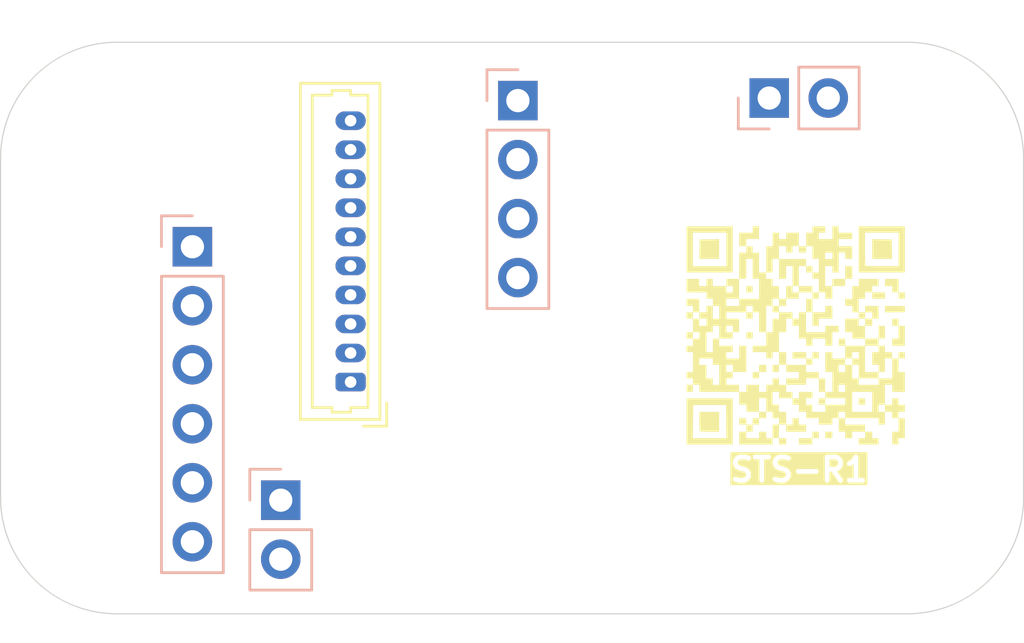
<source format=kicad_pcb>
(kicad_pcb (version 20241229) (generator "pcbnew") (generator_version "9.0")
  (layers (0 "F.Cu" signal) (4 "In1.Cu" power) (6 "In2.Cu" power) (2 "B.Cu" signal) (13 "F.Paste" user) (15 "B.Paste" user) (5 "F.SilkS" user "F.Silkscreen") (7 "B.SilkS" user "B.Silkscreen") (1 "F.Mask" user) (3 "B.Mask" user) (25 "Edge.Cuts" user))
  (net 0 "")
  (net 1 "GND")
  (net 2 "+3.3V")
  (net 3 "RESET")
  (net 4 "swdio")
  (net 5 "swclk")
  (net 6 "stlink_tx")
  (net 7 "swo")
  (net 8 "stlink_rx")
  (footprint "LOGO" (layer "F.Cu") (at 159.2 102.8)
    (property "Reference" "G***" (hide yes))
    (property "Value" "LOGO" (hide yes))
    (fp_poly (pts (xy -3.290688 -3.703079) (xy -3.290688 -3.273549) (xy -3.720218 -3.273549) (xy -4.149749 -3.273549) (xy -4.140124 -3.693455) (xy -4.130499 -4.11336) (xy -3.710594 -4.122985) (xy -3.290688 -4.13261)) (fill yes) (layer "F.SilkS"))
    (fp_poly (pts (xy -1.851012 -1.970985) (xy -1.851012 -1.833873) (xy -1.988124 -1.833873) (xy -2.125236 -1.833873) (xy -2.125236 -1.970985) (xy -2.125236 -2.108097) (xy -1.988124 -2.108097) (xy -1.851012 -2.108097)) (fill yes) (layer "F.SilkS"))
    (fp_poly (pts (xy -1.851012 -0.839811) (xy -1.851012 -0.702699) (xy -1.988124 -0.702699) (xy -2.125236 -0.702699) (xy -2.125236 -0.839811) (xy -2.125236 -0.976923) (xy -1.988124 -0.976923) (xy -1.851012 -0.976923)) (fill yes) (layer "F.SilkS"))
    (fp_poly (pts (xy -1.851012 0.017139) (xy -1.851012 0.154251) (xy -1.988124 0.154251) (xy -2.125236 0.154251) (xy -2.125236 0.017139) (xy -2.125236 -0.119973) (xy -1.988124 -0.119973) (xy -1.851012 -0.119973)) (fill yes) (layer "F.SilkS"))
    (fp_poly (pts (xy -0.719838 1.439676) (xy -0.719838 1.593927) (xy -0.85695 1.593927) (xy -0.994062 1.593927) (xy -0.994062 1.439676) (xy -0.994062 1.285425) (xy -0.85695 1.285425) (xy -0.719838 1.285425)) (fill yes) (layer "F.SilkS"))
    (fp_poly (pts (xy -0.411336 4.576113) (xy -0.411336 4.713225) (xy -0.565587 4.713225) (xy -0.719838 4.713225) (xy -0.719838 4.576113) (xy -0.719838 4.439001) (xy -0.565587 4.439001) (xy -0.411336 4.439001)) (fill yes) (layer "F.SilkS"))
    (fp_poly (pts (xy 0.719838 -2.827935) (xy 0.719838 -2.690823) (xy 0.582726 -2.690823) (xy 0.445614 -2.690823) (xy 0.445614 -2.827935) (xy 0.445614 -2.965047) (xy 0.582726 -2.965047) (xy 0.719838 -2.965047)) (fill yes) (layer "F.SilkS"))
    (fp_poly (pts (xy 1.268286 2.862213) (xy 1.268286 2.999325) (xy 1.131174 2.999325) (xy 0.994062 2.999325) (xy 0.994062 2.862213) (xy 0.994062 2.725101) (xy 1.131174 2.725101) (xy 1.268286 2.725101)) (fill yes) (layer "F.SilkS"))
    (fp_poly (pts (xy 1.576788 4.301889) (xy 1.576788 4.439001) (xy 1.422537 4.439001) (xy 1.268286 4.439001) (xy 1.268286 4.301889) (xy 1.268286 4.164777) (xy 1.422537 4.164777) (xy 1.576788 4.164777)) (fill yes) (layer "F.SilkS"))
    (fp_poly (pts (xy 2.982186 2.862213) (xy 2.982186 2.999325) (xy 2.845074 2.999325) (xy 2.707962 2.999325) (xy 2.707962 2.862213) (xy 2.707962 2.725101) (xy 2.845074 2.725101) (xy 2.982186 2.725101)) (fill yes) (layer "F.SilkS"))
    (fp_poly (pts (xy 3.710594 -4.122985) (xy 4.130499 -4.11336) (xy 4.140124 -3.693455) (xy 4.149748 -3.273549) (xy 3.720218 -3.273549) (xy 3.290688 -3.273549) (xy 3.290688 -3.703079) (xy 3.290688 -4.13261)) (fill yes) (layer "F.SilkS"))
    (fp_poly (pts (xy 3.839136 -1.696761) (xy 3.839136 -1.559649) (xy 3.564912 -1.559649) (xy 3.290688 -1.559649) (xy 3.290688 -1.696761) (xy 3.290688 -1.833873) (xy 3.564912 -1.833873) (xy 3.839136 -1.833873)) (fill yes) (layer "F.SilkS"))
    (fp_poly (pts (xy 4.421862 -0.548448) (xy 4.421862 -0.394197) (xy 4.28475 -0.394197) (xy 4.147638 -0.394197) (xy 4.147638 -0.548448) (xy 4.147638 -0.702699) (xy 4.28475 -0.702699) (xy 4.421862 -0.702699)) (fill yes) (layer "F.SilkS"))
    (fp_poly (pts (xy 4.696086 -1.696761) (xy 4.696086 -1.559649) (xy 4.558974 -1.559649) (xy 4.421862 -1.559649) (xy 4.421862 -1.696761) (xy 4.421862 -1.833873) (xy 4.558974 -1.833873) (xy 4.696086 -1.833873)) (fill yes) (layer "F.SilkS"))
    (fp_poly (pts (xy 4.696086 -1.114035) (xy 4.696086 -0.976923) (xy 4.267611 -0.976923) (xy 3.839136 -0.976923) (xy 3.839136 -1.114035) (xy 3.839136 -1.251147) (xy 4.267611 -1.251147) (xy 4.696086 -1.251147)) (fill yes) (layer "F.SilkS"))
    (fp_poly (pts (xy 4.421862 -2.125236) (xy 4.421862 -1.833873) (xy 4.28475 -1.833873) (xy 4.147638 -1.833873) (xy 4.147638 -1.970985) (xy 4.147638 -2.108097) (xy 3.993387 -2.108097) (xy 3.839136 -2.108097) (xy 3.839136 -2.262348) (xy 3.839136 -2.416599) (xy 4.130499 -2.416599) (xy 4.421862 -2.416599)) (fill yes) (layer "F.SilkS"))
    (fp_poly (pts (xy 4.696086 0.034278) (xy 4.696086 0.462753) (xy 4.421862 0.462753) (xy 4.147638 0.462753) (xy 4.147638 0.308502) (xy 4.147638 0.154251) (xy 4.28475 0.154251) (xy 4.421862 0.154251) (xy 4.421862 -0.119973) (xy 4.421862 -0.394197) (xy 4.558974 -0.394197) (xy 4.696086 -0.394197)) (fill yes) (layer "F.SilkS"))
    (fp_poly (pts (xy -3.290688 3.736302) (xy -3.290688 4.164777) (xy -3.696311 4.164777) (xy -3.856662 4.162949) (xy -3.991138 4.157976) (xy -4.085379 4.150624) (xy -4.124786 4.141925) (xy -4.133717 4.10055) (xy -4.141013 4.004984) (xy -4.145908 3.869586) (xy -4.147638 3.71345) (xy -4.147638 3.307827) (xy -3.719163 3.307827) (xy -3.290688 3.307827)) (fill yes) (layer "F.SilkS"))
    (fp_poly (pts (xy -1.576788 -4.404723) (xy -1.576788 -4.130499) (xy -1.851012 -4.130499) (xy -2.125236 -4.130499) (xy -2.125236 -3.976248) (xy -2.125236 -3.821997) (xy -2.279487 -3.821997) (xy -2.433738 -3.821997) (xy -2.433738 -4.11336) (xy -2.433738 -4.404723) (xy -2.142375 -4.404723) (xy -1.851012 -4.404723) (xy -1.851012 -4.541835) (xy -1.851012 -4.678947) (xy -1.7139 -4.678947) (xy -1.576788 -4.678947)) (fill yes) (layer "F.SilkS"))
    (fp_poly (pts (xy -1.268286 1.439676) (xy -1.268286 1.593927) (xy -1.422537 1.593927) (xy -1.576788 1.593927) (xy -1.576788 1.731039) (xy -1.576788 1.868151) (xy -1.7139 1.868151) (xy -1.851012 1.868151) (xy -1.851012 1.731039) (xy -1.851012 1.593927) (xy -1.7139 1.593927) (xy -1.576788 1.593927) (xy -1.576788 1.439676) (xy -1.576788 1.285425) (xy -1.422537 1.285425) (xy -1.268286 1.285425)) (fill yes) (layer "F.SilkS"))
    (fp_poly (pts (xy 0.994062 4.301889) (xy 0.994062 4.439001) (xy 0.85695 4.439001) (xy 0.719838 4.439001) (xy 0.719838 4.576113) (xy 0.719838 4.713225) (xy 0.428475 4.713225) (xy 0.137112 4.713225) (xy 0.137112 4.576113) (xy 0.137112 4.439001) (xy 0.428475 4.439001) (xy 0.719838 4.439001) (xy 0.719838 4.301889) (xy 0.719838 4.164777) (xy 0.85695 4.164777) (xy 0.994062 4.164777)) (fill yes) (layer "F.SilkS"))
    (fp_poly (pts (xy 3.290688 4.301889) (xy 3.290688 4.439001) (xy 3.4278 4.439001) (xy 3.564912 4.439001) (xy 3.564912 4.576113) (xy 3.564912 4.713225) (xy 3.136437 4.713225) (xy 2.707962 4.713225) (xy 2.707962 4.576113) (xy 2.707962 4.439001) (xy 2.845074 4.439001) (xy 2.982186 4.439001) (xy 2.982186 4.301889) (xy 2.982186 4.164777) (xy 3.136437 4.164777) (xy 3.290688 4.164777)) (fill yes) (layer "F.SilkS"))
    (fp_poly (pts (xy 4.696086 4.010526) (xy 4.696086 4.439001) (xy 4.558974 4.439001) (xy 4.421862 4.439001) (xy 4.421862 4.576113) (xy 4.421862 4.713225) (xy 4.28475 4.713225) (xy 4.147638 4.713225) (xy 4.147638 4.439001) (xy 4.147638 4.164777) (xy 4.28475 4.164777) (xy 4.421862 4.164777) (xy 4.421862 3.873414) (xy 4.421862 3.582051) (xy 4.558974 3.582051) (xy 4.696086 3.582051)) (fill yes) (layer "F.SilkS"))
    (fp_poly (pts (xy -2.707962 -3.684885) (xy -2.707962 -2.690823) (xy -3.702024 -2.690823) (xy -4.696086 -2.690823) (xy -4.696086 -3.684885) (xy -4.421862 -3.684885) (xy -4.421862 -2.965047) (xy -3.702024 -2.965047) (xy -2.982186 -2.965047) (xy -2.982186 -3.684885) (xy -2.982186 -4.404723) (xy -3.702024 -4.404723) (xy -4.421862 -4.404723) (xy -4.421862 -3.684885) (xy -4.696086 -3.684885) (xy -4.696086 -4.678947) (xy -3.702024 -4.678947) (xy -2.707962 -4.678947)) (fill yes) (layer "F.SilkS"))
    (fp_poly (pts (xy -2.707962 3.719163) (xy -2.707962 4.713225) (xy -3.702024 4.713225) (xy -4.696086 4.713225) (xy -4.696086 4.439001) (xy -4.423253 4.439001) (xy -3.702024 4.439001) (xy -2.980795 4.439001) (xy -2.99006 3.727733) (xy -2.999325 3.016464) (xy -3.702024 3.016464) (xy -4.404723 3.016464) (xy -4.413988 3.727733) (xy -4.423253 4.439001) (xy -4.696086 4.439001) (xy -4.696086 3.719163) (xy -4.696086 2.725101) (xy -3.702024 2.725101) (xy -2.707962 2.725101)) (fill yes) (layer "F.SilkS"))
    (fp_poly (pts (xy 4.696086 -3.684885) (xy 4.696086 -2.690823) (xy 3.702024 -2.690823) (xy 2.707962 -2.690823) (xy 2.707962 -3.684885) (xy 2.707962 -3.707737) (xy 2.982186 -3.707737) (xy 2.983262 -3.495747) (xy 2.986265 -3.307465) (xy 2.990857 -3.153518) (xy 2.996701 -3.044532) (xy 3.00346 -2.991133) (xy 3.005038 -2.987899) (xy 3.044767 -2.980984) (xy 3.142424 -2.974909) (xy 3.287382 -2.970013) (xy 3.469015 -2.966631) (xy 3.676697 -2.965102) (xy 3.724876 -2.965047) (xy 4.421862 -2.965047) (xy 4.421862 -3.684885) (xy 4.421862 -4.404723) (xy 3.702024 -4.404723) (xy 2.982186 -4.404723) (xy 2.982186 -3.707737) (xy 2.707962 -3.707737) (xy 2.707962 -4.678947) (xy 3.702024 -4.678947) (xy 4.696086 -4.678947)) (fill yes) (layer "F.SilkS"))
    (fp_poly (pts (xy -0.565587 0.736977) (xy -0.411336 0.736977) (xy -0.411336 1.011201) (xy -0.411336 1.285425) (xy 0.017139 1.285425) (xy 0.445614 1.285425) (xy 0.445614 1.148313) (xy 0.445614 1.011201) (xy 0.154251 1.011201) (xy -0.137112 1.011201) (xy -0.137112 0.874089) (xy -0.137112 0.736977) (xy 0.154251 0.736977) (xy 0.445614 0.736977) (xy 0.445614 0.874089) (xy 0.445614 1.011201) (xy 0.582726 1.011201) (xy 0.719838 1.011201) (xy 0.719838 0.874089) (xy 0.719838 0.736977) (xy 0.85695 0.736977) (xy 0.994062 0.736977) (xy 0.994062 0.874089) (xy 0.994062 1.011201) (xy 0.85695 1.011201) (xy 0.719838 1.011201) (xy 0.719838 1.148313) (xy 0.719838 1.285425) (xy 0.582726 1.285425) (xy 0.445614 1.285425) (xy 0.445614 1.439676) (xy 0.445614 1.593927) (xy 0.719838 1.593927) (xy 0.994062 1.593927) (xy 0.994062 1.731039) (xy 0.994062 1.868151) (xy 0.719838 1.868151) (xy 0.445614 1.868151) (xy 0.445614 2.005263) (xy 0.445614 2.142375) (xy 0.017139 2.142375) (xy -0.411336 2.142375) (xy -0.411336 2.005263) (xy -0.411336 1.868151) (xy -0.137112 1.868151) (xy 0.137112 1.868151) (xy 0.137112 1.731039) (xy 0.137112 1.593927) (xy -0.137112 1.593927) (xy -0.411336 1.593927) (xy -0.411336 1.439676) (xy -0.411336 1.285425) (xy -0.565587 1.285425) (xy -0.719838 1.285425) (xy -0.719838 1.011201) (xy -0.719838 0.736977)) (fill yes) (layer "F.SilkS"))
    (fp_poly (pts (xy 0.445614 -3.119298) (xy 0.445614 -2.965047) (xy 0.291363 -2.965047) (xy 0.137112 -2.965047) (xy 0.137112 -2.536572) (xy 0.137112 -2.108097) (xy 0 -2.108097) (xy -0.137112 -2.108097) (xy -0.137112 -1.970985) (xy -0.137112 -1.833873) (xy 0 -1.833873) (xy 0.137112 -1.833873) (xy 0.137112 -1.970985) (xy 0.137112 -2.108097) (xy 0.428475 -2.108097) (xy 0.719838 -2.108097) (xy 0.719838 -1.970985) (xy 0.719838 -1.833873) (xy 0.428475 -1.833873) (xy 0.137112 -1.833873) (xy 0.137112 -1.696761) (xy 0.137112 -1.559649) (xy -0.137112 -1.559649) (xy -0.411336 -1.559649) (xy -0.411336 -1.405398) (xy -0.411336 -1.251147) (xy -0.565587 -1.251147) (xy -0.719838 -1.251147) (xy -0.719838 -1.114035) (xy -0.719838 -0.976923) (xy -0.85695 -0.976923) (xy -0.994062 -0.976923) (xy -0.994062 -1.114035) (xy -0.994062 -1.251147) (xy -0.85695 -1.251147) (xy -0.719838 -1.251147) (xy -0.719838 -1.405398) (xy -0.719838 -1.559649) (xy -0.565587 -1.559649) (xy -0.411336 -1.559649) (xy -0.411336 -1.833873) (xy -0.411336 -2.108097) (xy -0.274224 -2.108097) (xy -0.137112 -2.108097) (xy -0.137112 -2.536572) (xy -0.137112 -2.965047) (xy -0.274224 -2.965047) (xy -0.411336 -2.965047) (xy -0.411336 -2.690823) (xy -0.411336 -2.416599) (xy -0.565587 -2.416599) (xy -0.719838 -2.416599) (xy -0.719838 -2.845074) (xy -0.719838 -3.273549) (xy -0.137112 -3.273549) (xy 0.445614 -3.273549)) (fill yes) (layer "F.SilkS"))
    (fp_poly (pts (xy 1.268286 -4.541835) (xy 1.268286 -4.404723) (xy 1.131174 -4.404723) (xy 0.994062 -4.404723) (xy 0.994062 -4.267611) (xy 0.994062 -4.130499) (xy 1.285425 -4.130499) (xy 1.576788 -4.130499) (xy 1.576788 -4.404723) (xy 1.576788 -4.678947) (xy 1.7139 -4.678947) (xy 1.851012 -4.678947) (xy 1.851012 -4.541835) (xy 1.851012 -4.404723) (xy 2.142375 -4.404723) (xy 2.433738 -4.404723) (xy 2.433738 -4.267611) (xy 2.433738 -4.130499) (xy 2.142375 -4.130499) (xy 1.851012 -4.130499) (xy 1.851012 -3.976248) (xy 1.851012 -3.821997) (xy 2.142375 -3.821997) (xy 2.433738 -3.821997) (xy 2.433738 -3.547773) (xy 2.433738 -3.273549) (xy 2.279487 -3.273549) (xy 2.125236 -3.273549) (xy 2.125236 -3.410661) (xy 2.125236 -3.547773) (xy 1.988124 -3.547773) (xy 1.851012 -3.547773) (xy 1.851012 -3.119298) (xy 1.851012 -2.690823) (xy 1.7139 -2.690823) (xy 1.576788 -2.690823) (xy 1.576788 -2.827935) (xy 1.576788 -2.965047) (xy 1.422537 -2.965047) (xy 1.268286 -2.965047) (xy 1.268286 -2.536572) (xy 1.268286 -2.108097) (xy 1.422537 -2.108097) (xy 1.576788 -2.108097) (xy 1.576788 -2.262348) (xy 1.576788 -2.416599) (xy 1.851012 -2.416599) (xy 2.125236 -2.416599) (xy 2.125236 -2.690823) (xy 2.125236 -2.965047) (xy 2.279487 -2.965047) (xy 2.433738 -2.965047) (xy 2.433738 -2.690823) (xy 2.433738 -2.416599) (xy 2.279487 -2.416599) (xy 2.125236 -2.416599) (xy 2.125236 -2.262348) (xy 2.125236 -2.108097) (xy 1.851012 -2.108097) (xy 1.576788 -2.108097) (xy 1.576788 -1.833873) (xy 1.576788 -1.559649) (xy 1.422537 -1.559649) (xy 1.268286 -1.559649) (xy 1.268286 -1.696761) (xy 1.268286 -1.833873) (xy 1.131174 -1.833873) (xy 0.994062 -1.833873) (xy 0.994062 -1.696761) (xy 0.994062 -1.559649) (xy 0.85695 -1.559649) (xy 0.719838 -1.559649) (xy 0.719838 -1.268286) (xy 0.719838 -0.976923) (xy 0.994062 -0.976923) (xy 1.268286 -0.976923) (xy 1.268286 -1.114035) (xy 1.268286 -1.251147) (xy 1.422537 -1.251147) (xy 1.576788 -1.251147) (xy 1.576788 -0.976923) (xy 1.576788 -0.702699) (xy 1.285425 -0.702699) (xy 0.994062 -0.702699) (xy 0.994062 -0.548448) (xy 0.994062 -0.394197) (xy 0.85695 -0.394197) (xy 0.719838 -0.394197) (xy 0.719838 -0.68556) (xy 0.719838 -0.976923) (xy 0.582726 -0.976923) (xy 0.445614 -0.976923) (xy 0.445614 -0.548448) (xy 0.445614 -0.119973) (xy 0.85695 -0.119973) (xy 1.268286 -0.119973) (xy 1.268286 -0.257085) (xy 1.268286 -0.394197) (xy 1.559649 -0.394197) (xy 1.851012 -0.394197) (xy 1.851012 -0.257085) (xy 1.851012 -0.119973) (xy 1.7139 -0.119973) (xy 1.576788 -0.119973) (xy 1.576788 0.17139) (xy 1.576788 0.462753) (xy 1.422537 0.462753) (xy 1.268286 0.462753) (xy 1.268286 0.308502) (xy 1.268286 0.154251) (xy 0.994062 0.154251) (xy 0.719838 0.154251) (xy 0.719838 0.308502) (xy 0.719838 0.462753) (xy 0.582726 0.462753) (xy 0.445614 0.462753) (xy 0.445614 0.308502) (xy 0.445614 0.154251) (xy 0.291363 0.154251) (xy 0.137112 0.154251) (xy 0.137112 -0.119973) (xy 0.137112 -0.394197) (xy 0 -0.394197) (xy -0.137112 -0.394197) (xy -0.137112 -0.548448) (xy -0.137112 -0.702699) (xy -0.274224 -0.702699) (xy -0.411336 -0.702699) (xy -0.411336 -0.411336) (xy -0.411336 -0.119973) (xy -0.565587 -0.119973) (xy -0.719838 -0.119973) (xy -0.719838 0.308502) (xy -0.719838 0.736977) (xy -0.85695 0.736977) (xy -0.994062 0.736977) (xy -0.994062 0.874089) (xy -0.994062 1.011201) (xy -1.131174 1.011201) (xy -1.268286 1.011201) (xy -1.268286 0.874089) (xy -1.268286 0.736977) (xy -1.559649 0.736977) (xy -1.851012 0.736977) (xy -1.851012 0.599865) (xy -1.851012 0.462753) (xy -1.559649 0.462753) (xy -1.268286 0.462753) (xy -1.268286 0.17139) (xy -1.268286 -0.119973) (xy -1.131174 -0.119973) (xy -0.994062 -0.119973) (xy -0.994062 -0.411336) (xy -0.994062 -0.702699) (xy -0.85695 -0.702699) (xy -0.719838 -0.702699) (xy -0.719838 -0.839811) (xy -0.719838 -0.976923) (xy -0.428475 -0.976923) (xy -0.137112 -0.976923) (xy -0.137112 -0.839811) (xy -0.137112 -0.702699) (xy 0 -0.702699) (xy 0.137112 -0.702699) (xy 0.137112 -0.839811) (xy 0.137112 -0.976923) (xy 0.291363 -0.976923) (xy 0.445614 -0.976923) (xy 0.445614 -1.268286) (xy 0.445614 -1.559649) (xy 0.582726 -1.559649) (xy 0.719838 -1.559649) (xy 0.719838 -1.696761) (xy 0.719838 -1.833873) (xy 0.85695 -1.833873) (xy 0.994062 -1.833873) (xy 0.994062 -2.125236) (xy 0.994062 -2.416599) (xy 0.85695 -2.416599) (xy 0.719838 -2.416599) (xy 0.719838 -2.553711) (xy 0.719838 -2.690823) (xy 0.85695 -2.690823) (xy 0.994062 -2.690823) (xy 0.994062 -2.982186) (xy 0.994062 -3.273549) (xy 0.85695 -3.273549) (xy 0.719838 -3.273549) (xy 0.719838 -3.410661) (xy 1.268286 -3.410661) (xy 1.268286 -3.273549) (xy 1.422537 -3.273549) (xy 1.576788 -3.273549) (xy 1.576788 -3.410661) (xy 1.576788 -3.547773) (xy 1.422537 -3.547773) (xy 1.268286 -3.547773) (xy 1.268286 -3.410661) (xy 0.719838 -3.410661) (xy 0.719838 -3.547773) (xy 0.719838 -3.821997) (xy 0.582726 -3.821997) (xy 0.445614 -3.821997) (xy 0.445614 -3.684885) (xy 0.445614 -3.547773) (xy 0.291363 -3.547773) (xy 0.137112 -3.547773) (xy 0.137112 -3.684885) (xy 0.137112 -3.821997) (xy 0 -3.821997) (xy -0.137112 -3.821997) (xy -0.137112 -3.684885) (xy -0.137112 -3.547773) (xy -0.274224 -3.547773) (xy -0.411336 -3.547773) (xy -0.411336 -3.684885) (xy -0.411336 -3.821997) (xy -0.565587 -3.821997) (xy -0.719838 -3.821997) (xy -0.719838 -3.547773) (xy -0.719838 -3.273549) (xy -0.85695 -3.273549) (xy -0.994062 -3.273549) (xy -0.994062 -2.982186) (xy -0.994062 -2.690823) (xy -1.131174 -2.690823) (xy -1.268286 -2.690823) (xy -1.268286 -2.553711) (xy -1.268286 -2.416599) (xy -1.131174 -2.416599) (xy -0.994062 -2.416599) (xy -0.994062 -2.262348) (xy -0.994062 -2.108097) (xy -0.85695 -2.108097) (xy -0.719838 -2.108097) (xy -0.719838 -1.833873) (xy -0.719838 -1.559649) (xy -0.85695 -1.559649) (xy -0.994062 -1.559649) (xy -0.994062 -1.405398) (xy -0.994062 -1.251147) (xy -1.131174 -1.251147) (xy -1.268286 -1.251147) (xy -1.268286 -0.68556) (xy -1.268286 -0.119973) (xy -1.422537 -0.119973) (xy -1.576788 -0.119973) (xy -1.576788 -0.548448) (xy -1.576788 -0.976923) (xy -1.7139 -0.976923) (xy -1.851012 -0.976923) (xy -1.851012 -1.114035) (xy -1.851012 -1.251147) (xy -1.988124 -1.251147) (xy -2.125236 -1.251147) (xy -2.125236 -1.114035) (xy -2.125236 -0.976923) (xy -2.553711 -0.976923) (xy -2.982186 -0.976923) (xy -2.982186 -0.839811) (xy -2.982186 -0.702699) (xy -2.707962 -0.702699) (xy -2.433738 -0.702699) (xy -2.433738 -0.411336) (xy -2.433738 -0.119973) (xy -2.57085 -0.119973) (xy -2.707962 -0.119973) (xy -2.707962 -0.257085) (xy -2.707962 -0.394197) (xy -2.845074 -0.394197) (xy -2.982186 -0.394197) (xy -2.982186 -0.257085) (xy -2.982186 -0.119973) (xy -2.845074 -0.119973) (xy -2.707962 -0.119973) (xy -2.707962 0.017139) (xy -2.707962 0.154251) (xy -2.999325 0.154251) (xy -3.290688 0.154251) (xy -3.290688 -0.119973) (xy -3.290688 -0.394197) (xy -3.4278 -0.394197) (xy -3.564912 -0.394197) (xy -3.564912 -0.257085) (xy -3.564912 -0.119973) (xy -3.702024 -0.119973) (xy -3.839136 -0.119973) (xy -3.839136 0.308502) (xy -3.839136 0.736977) (xy -3.702024 0.736977) (xy -3.564912 0.736977) (xy -3.564912 0.445614) (xy -3.564912 0.154251) (xy -3.4278 0.154251) (xy -3.290688 0.154251) (xy -3.290688 0.308502) (xy -3.290688 0.462753) (xy -2.999325 0.462753) (xy -2.707962 0.462753) (xy -2.707962 0.599865) (xy -2.707962 0.736977) (xy -2.845074 0.736977) (xy -2.982186 0.736977) (xy -2.982186 0.874089) (xy -2.982186 1.011201) (xy -2.707962 1.011201) (xy -2.433738 1.011201) (xy -2.433738 0.736977) (xy -2.433738 0.462753) (xy -2.279487 0.462753) (xy -2.125236 0.462753) (xy -2.125236 1.02834) (xy -2.125236 1.593927) (xy -2.416599 1.593927) (xy -2.707962 1.593927) (xy -2.707962 1.439676) (xy -2.707962 1.285425) (xy -2.845074 1.285425) (xy -2.982186 1.285425) (xy -2.982186 1.439676) (xy -2.982186 1.593927) (xy -2.845074 1.593927) (xy -2.707962 1.593927) (xy -2.707962 1.731039) (xy -2.707962 1.868151) (xy -2.845074 1.868151) (xy -2.982186 1.868151) (xy -2.982186 2.005263) (xy -2.982186 2.142375) (xy -2.707962 2.142375) (xy -2.433738 2.142375) (xy -2.433738 2.296626) (xy -2.433738 2.450877) (xy -2.279487 2.450877) (xy -2.125236 2.450877) (xy -2.125236 2.296626) (xy -2.125236 2.142375) (xy -1.851012 2.142375) (xy -1.576788 2.142375) (xy -1.576788 2.296626) (xy -1.576788 2.450877) (xy -1.422537 2.450877) (xy -1.268286 2.450877) (xy -1.268286 2.296626) (xy -1.268286 2.142375) (xy -1.131174 2.142375) (xy -0.994062 2.142375) (xy -0.994062 2.005263) (xy -0.994062 1.868151) (xy -0.85695 1.868151) (xy -0.719838 1.868151) (xy -0.719838 2.005263) (xy -0.719838 2.142375) (xy -0.565587 2.142375) (xy -0.411336 2.142375) (xy -0.411336 2.296626) (xy -0.411336 2.450877) (xy -0.274224 2.450877) (xy -0.137112 2.450877) (xy -0.137112 2.587989) (xy -0.137112 2.725101) (xy 0 2.725101) (xy 0.137112 2.725101) (xy 0.137112 2.587989) (xy 0.137112 2.450877) (xy 0.428475 2.450877) (xy 0.719838 2.450877) (xy 0.719838 2.587989) (xy 0.719838 2.725101) (xy 0.582726 2.725101) (xy 0.445614 2.725101) (xy 0.445614 2.862213) (xy 0.445614 2.999325) (xy 0.582726 2.999325) (xy 0.719838 2.999325) (xy 0.719838 3.153576) (xy 0.719838 3.307827) (xy 0.994062 3.307827) (xy 1.268286 3.307827) (xy 1.268286 3.153576) (xy 1.268286 2.999325) (xy 1.696761 2.999325) (xy 2.125236 2.999325) (xy 2.125236 2.879352) (xy 2.433738 2.879352) (xy 2.433738 3.307827) (xy 2.862213 3.307827) (xy 3.290688 3.307827) (xy 3.290688 3.153576) (xy 3.564912 3.153576) (xy 3.564912 3.307827) (xy 3.702024 3.307827) (xy 3.839136 3.307827) (xy 3.839136 3.153576) (xy 3.839136 2.999325) (xy 3.702024 2.999325) (xy 3.564912 2.999325) (xy 3.564912 3.153576) (xy 3.290688 3.153576) (xy 3.290688 2.879352) (xy 3.290688 2.450877) (xy 2.862213 2.450877) (xy 2.433738 2.450877) (xy 2.433738 2.879352) (xy 2.125236 2.879352) (xy 2.125236 2.862213) (xy 2.125236 2.725101) (xy 1.696761 2.725101) (xy 1.268286 2.725101) (xy 1.268286 2.587989) (xy 1.268286 2.450877) (xy 1.131174 2.450877) (xy 0.994062 2.450877) (xy 0.994062 2.159514) (xy 0.994062 1.868151) (xy 1.131174 1.868151) (xy 1.268286 1.868151) (xy 1.268286 2.159514) (xy 1.268286 2.450877) (xy 1.422537 2.450877) (xy 1.576788 2.450877) (xy 1.576788 2.296626) (xy 1.851012 2.296626) (xy 1.851012 2.450877) (xy 1.988124 2.450877) (xy 2.125236 2.450877) (xy 2.125236 2.296626) (xy 2.125236 2.142375) (xy 1.988124 2.142375) (xy 1.851012 2.142375) (xy 1.851012 2.296626) (xy 1.576788 2.296626) (xy 1.576788 2.022402) (xy 1.576788 1.593927) (xy 1.422537 1.593927) (xy 1.268286 1.593927) (xy 1.268286 1.285425) (xy 1.851012 1.285425) (xy 1.851012 1.439676) (xy 1.851012 1.593927) (xy 1.988124 1.593927) (xy 2.125236 1.593927) (xy 2.125236 1.439676) (xy 2.125236 1.285425) (xy 2.279487 1.285425) (xy 2.433738 1.285425) (xy 2.433738 1.148313) (xy 2.433738 1.011201) (xy 2.57085 1.011201) (xy 2.707962 1.011201) (xy 2.707962 0.874089) (xy 2.707962 0.736977) (xy 2.57085 0.736977) (xy 2.433738 0.736977) (xy 2.433738 0.874089) (xy 2.433738 1.011201) (xy 2.279487 1.011201) (xy 2.125236 1.011201) (xy 2.125236 1.148313) (xy 2.125236 1.285425) (xy 1.988124 1.285425) (xy 1.851012 1.285425) (xy 1.268286 1.285425) (xy 1.268286 1.165452) (xy 1.268286 0.736977) (xy 1.422537 0.736977) (xy 1.576788 0.736977) (xy 1.576788 0.874089) (xy 1.576788 1.011201) (xy 1.851012 1.011201) (xy 2.125236 1.011201) (xy 2.125236 0.736977) (xy 2.125236 0.462753) (xy 1.988124 0.462753) (xy 1.851012 0.462753) (xy 1.851012 0.308502) (xy 1.851012 0.154251) (xy 1.988124 0.154251) (xy 2.125236 0.154251) (xy 2.125236 0.308502) (xy 2.125236 0.462753) (xy 2.553711 0.462753) (xy 2.982186 0.462753) (xy 2.982186 0.308502) (xy 2.982186 0.154251) (xy 2.707962 0.154251) (xy 2.433738 0.154251) (xy 2.433738 0.017139) (xy 2.433738 -0.119973) (xy 2.279487 -0.119973) (xy 2.125236 -0.119973) (xy 2.125236 -0.411336) (xy 2.125236 -0.702699) (xy 2.416599 -0.702699) (xy 2.707962 -0.702699) (xy 2.707962 -0.548448) (xy 2.707962 -0.394197) (xy 2.845074 -0.394197) (xy 2.982186 -0.394197) (xy 2.982186 -0.548448) (xy 2.982186 -0.702699) (xy 3.136437 -0.702699) (xy 3.290688 -0.702699) (xy 3.290688 -0.839811) (xy 3.290688 -0.976923) (xy 3.136437 -0.976923) (xy 2.982186 -0.976923) (xy 2.982186 -0.839811) (xy 2.982186 -0.702699) (xy 2.845074 -0.702699) (xy 2.707962 -0.702699) (xy 2.707962 -0.839811) (xy 2.707962 -0.976923) (xy 2.57085 -0.976923) (xy 2.433738 -0.976923) (xy 2.433738 -1.114035) (xy 2.433738 -1.251147) (xy 2.279487 -1.251147) (xy 2.125236 -1.251147) (xy 2.125236 -1.405398) (xy 2.125236 -1.559649) (xy 2.279487 -1.559649) (xy 2.433738 -1.559649) (xy 2.433738 -1.833873) (xy 2.433738 -2.108097) (xy 2.57085 -2.108097) (xy 2.707962 -2.108097) (xy 2.707962 -2.262348) (xy 2.707962 -2.416599) (xy 3.136437 -2.416599) (xy 3.564912 -2.416599) (xy 3.564912 -2.262348) (xy 3.564912 -2.108097) (xy 3.4278 -2.108097) (xy 3.290688 -2.108097) (xy 3.290688 -1.970985) (xy 3.290688 -1.833873) (xy 3.136437 -1.833873) (xy 2.982186 -1.833873) (xy 2.982186 -1.696761) (xy 2.982186 -1.559649) (xy 2.845074 -1.559649) (xy 2.707962 -1.559649) (xy 2.707962 -1.268286) (xy 2.707962 -0.976923) (xy 2.845074 -0.976923) (xy 2.982186 -0.976923) (xy 2.982186 -1.114035) (xy 2.982186 -1.251147) (xy 3.273549 -1.251147) (xy 3.564912 -1.251147) (xy 3.564912 -0.976923) (xy 3.564912 -0.702699) (xy 3.4278 -0.702699) (xy 3.290688 -0.702699) (xy 3.290688 -0.548448) (xy 3.290688 -0.394197) (xy 3.136437 -0.394197) (xy 2.982186 -0.394197) (xy 2.982186 -0.119973) (xy 2.982186 0.154251) (xy 3.273549 0.154251) (xy 3.564912 0.154251) (xy 3.564912 -0.119973) (xy 3.564912 -0.394197) (xy 3.702024 -0.394197) (xy 3.839136 -0.394197) (xy 3.839136 -0.119973) (xy 3.839136 0.154251) (xy 3.702024 0.154251) (xy 3.564912 0.154251) (xy 3.564912 0.308502) (xy 3.564912 0.462753) (xy 3.273549 0.462753) (xy 2.982186 0.462753) (xy 2.982186 1.02834) (xy 2.982186 1.593927) (xy 3.273549 1.593927) (xy 3.564912 1.593927) (xy 3.564912 1.731039) (xy 3.564912 1.868151) (xy 3.136437 1.868151) (xy 2.707962 1.868151) (xy 2.707962 1.576788) (xy 2.707962 1.285425) (xy 2.57085 1.285425) (xy 2.433738 1.285425) (xy 2.433738 1.576788) (xy 2.433738 1.868151) (xy 2.57085 1.868151) (xy 2.707962 1.868151) (xy 2.707962 2.005263) (xy 2.707962 2.142375) (xy 3.136437 2.142375) (xy 3.564912 2.142375) (xy 3.564912 2.005263) (xy 3.564912 1.868151) (xy 3.856275 1.868151) (xy 4.147638 1.868151) (xy 4.147638 1.439676) (xy 4.147638 1.011201) (xy 3.993387 1.011201) (xy 3.839136 1.011201) (xy 3.839136 1.302564) (xy 3.839136 1.593927) (xy 3.702024 1.593927) (xy 3.564912 1.593927) (xy 3.564912 1.439676) (xy 3.564912 1.285425) (xy 3.4278 1.285425) (xy 3.290688 1.285425) (xy 3.290688 1.011201) (xy 3.290688 0.736977) (xy 3.4278 0.736977) (xy 3.564912 0.736977) (xy 3.564912 0.599865) (xy 3.564912 0.462753) (xy 3.702024 0.462753) (xy 3.839136 0.462753) (xy 3.839136 0.599865) (xy 3.839136 0.736977) (xy 3.993387 0.736977) (xy 4.147638 0.736977) (xy 4.147638 0.874089) (xy 4.147638 1.011201) (xy 4.28475 1.011201) (xy 4.421862 1.011201) (xy 4.421862 0.874089) (xy 4.421862 0.736977) (xy 4.558974 0.736977) (xy 4.696086 0.736977) (xy 4.696086 0.874089) (xy 4.696086 1.011201) (xy 4.558974 1.011201) (xy 4.421862 1.011201) (xy 4.421862 1.302564) (xy 4.421862 1.593927) (xy 4.558974 1.593927) (xy 4.696086 1.593927) (xy 4.696086 2.022402) (xy 4.696086 2.450877) (xy 4.421862 2.450877) (xy 4.147638 2.450877) (xy 4.147638 2.296626) (xy 4.147638 2.142375) (xy 3.993387 2.142375) (xy 3.839136 2.142375) (xy 3.839136 2.57085) (xy 3.839136 2.999325) (xy 3.993387 2.999325) (xy 4.147638 2.999325) (xy 4.147638 2.862213) (xy 4.147638 2.725101) (xy 4.28475 2.725101) (xy 4.421862 2.725101) (xy 4.421862 2.862213) (xy 4.421862 2.999325) (xy 4.558974 2.999325) (xy 4.696086 2.999325) (xy 4.696086 3.153576) (xy 4.696086 3.307827) (xy 4.558974 3.307827) (xy 4.421862 3.307827) (xy 4.421862 3.444939) (xy 4.421862 3.582051) (xy 4.28475 3.582051) (xy 4.147638 3.582051) (xy 4.147638 3.444939) (xy 4.147638 3.307827) (xy 3.993387 3.307827) (xy 3.839136 3.307827) (xy 3.839136 3.582051) (xy 3.839136 3.856275) (xy 3.702024 3.856275) (xy 3.564912 3.856275) (xy 3.564912 3.719163) (xy 3.564912 3.582051) (xy 2.845074 3.582051) (xy 2.125236 3.582051) (xy 2.125236 3.719163) (xy 2.125236 3.856275) (xy 2.553711 3.856275) (xy 2.982186 3.856275) (xy 2.982186 4.010526) (xy 2.982186 4.164777) (xy 2.707962 4.164777) (xy 2.433738 4.164777) (xy 2.433738 4.301889) (xy 2.433738 4.439001) (xy 2.279487 4.439001) (xy 2.125236 4.439001) (xy 2.125236 4.301889) (xy 2.125236 4.164777) (xy 1.988124 4.164777) (xy 1.851012 4.164777) (xy 1.851012 3.873414) (xy 1.851012 3.582051) (xy 1.7139 3.582051) (xy 1.576788 3.582051) (xy 1.576788 3.719163) (xy 1.576788 3.856275) (xy 1.285425 3.856275) (xy 0.994062 3.856275) (xy 0.994062 3.719163) (xy 0.994062 3.582051) (xy 0.719838 3.582051) (xy 0.445614 3.582051) (xy 0.445614 3.444939) (xy 1.851012 3.444939) (xy 1.851012 3.582051) (xy 1.988124 3.582051) (xy 2.125236 3.582051) (xy 2.125236 3.444939) (xy 2.125236 3.307827) (xy 1.988124 3.307827) (xy 1.851012 3.307827) (xy 1.851012 3.444939) (xy 0.445614 3.444939) (xy 0.445614 3.307827) (xy 0.291363 3.307827) (xy 0.137112 3.307827) (xy 0.137112 3.153576) (xy 0.137112 2.999325) (xy 0 2.999325) (xy -0.137112 2.999325) (xy -0.137112 2.862213) (xy -0.137112 2.725101) (xy -0.428475 2.725101) (xy -0.719838 2.725101) (xy -0.719838 2.587989) (xy -0.719838 2.450877) (xy -0.85695 2.450877) (xy -0.994062 2.450877) (xy -0.994062 2.725101) (xy -0.994062 2.999325) (xy -0.85695 2.999325) (xy -0.719838 2.999325) (xy -0.719838 3.153576) (xy -0.719838 3.307827) (xy -0.565587 3.307827) (xy -0.411336 3.307827) (xy -0.411336 3.582051) (xy -0.411336 3.856275) (xy -0.274224 3.856275) (xy -0.137112 3.856275) (xy -0.137112 3.719163) (xy -0.137112 3.582051) (xy 0 3.582051) (xy 0.137112 3.582051) (xy 0.137112 3.719163) (xy 0.137112 3.856275) (xy 0.291363 3.856275) (xy 0.445614 3.856275) (xy 0.445614 4.010526) (xy 0.445614 4.164777) (xy 0.017139 4.164777) (xy -0.411336 4.164777) (xy -0.411336 4.010526) (xy -0.411336 3.856275) (xy -0.565587 3.856275) (xy -0.719838 3.856275) (xy -0.719838 4.147638) (xy -0.719838 4.439001) (xy -0.85695 4.439001) (xy -0.994062 4.439001) (xy -0.994062 4.576113) (xy -0.994062 4.713225) (xy -1.7139 4.713225) (xy -2.433738 4.713225) (xy -2.433738 4.439001) (xy -2.433738 4.164777) (xy -2.279487 4.164777) (xy -2.125236 4.164777) (xy -2.125236 4.301889) (xy -2.125236 4.439001) (xy -1.851012 4.439001) (xy -1.576788 4.439001) (xy -1.576788 4.301889) (xy -1.576788 4.164777) (xy -1.422537 4.164777) (xy -1.268286 4.164777) (xy -1.268286 4.301889) (xy -1.268286 4.439001) (xy -1.131174 4.439001) (xy -0.994062 4.439001) (xy -0.994062 4.147638) (xy -0.994062 3.856275) (xy -0.85695 3.856275) (xy -0.719838 3.856275) (xy -0.719838 3.719163) (xy -0.719838 3.582051) (xy -0.85695 3.582051) (xy -0.994062 3.582051) (xy -0.994062 3.444939) (xy -0.994062 3.307827) (xy -1.131174 3.307827) (xy -1.268286 3.307827) (xy -1.268286 3.444939) (xy -1.268286 3.582051) (xy -1.422537 3.582051) (xy -1.576788 3.582051) (xy -1.576788 3.719163) (xy -1.576788 3.856275) (xy -1.7139 3.856275) (xy -1.851012 3.856275) (xy -1.851012 4.010526) (xy -1.851012 4.164777) (xy -1.988124 4.164777) (xy -2.125236 4.164777) (xy -2.125236 4.010526) (xy -2.125236 3.856275) (xy -2.279487 3.856275) (xy -2.433738 3.856275) (xy -2.433738 3.719163) (xy -2.433738 3.582051) (xy -2.279487 3.582051) (xy -2.125236 3.582051) (xy -2.125236 3.719163) (xy -2.125236 3.856275) (xy -1.988124 3.856275) (xy -1.851012 3.856275) (xy -1.851012 3.719163) (xy -1.851012 3.582051) (xy -1.7139 3.582051) (xy -1.576788 3.582051) (xy -1.576788 3.444939) (xy -1.576788 3.307827) (xy -1.851012 3.307827) (xy -2.125236 3.307827) (xy -2.125236 3.153576) (xy -2.125236 3.016464) (xy -1.576788 3.016464) (xy -1.576788 3.307827) (xy -1.422537 3.307827) (xy -1.268286 3.307827) (xy -1.268286 3.016464) (xy -1.268286 2.725101) (xy -1.422537 2.725101) (xy -1.576788 2.725101) (xy -1.576788 3.016464) (xy -2.125236 3.016464) (xy -2.125236 2.999325) (xy -2.279487 2.999325) (xy -2.433738 2.999325) (xy -2.433738 2.725101) (xy -2.433738 2.450877) (xy -3.290688 2.450877) (xy -4.147638 2.450877) (xy -4.147638 2.296626) (xy -4.147638 2.142375) (xy -4.28475 2.142375) (xy -4.421862 2.142375) (xy -4.421862 2.296626) (xy -4.421862 2.450877) (xy -4.558974 2.450877) (xy -4.696086 2.450877) (xy -4.696086 2.296626) (xy -4.696086 2.142375) (xy -4.558974 2.142375) (xy -4.421862 2.142375) (xy -4.421862 2.005263) (xy -4.421862 1.868151) (xy -4.558974 1.868151) (xy -4.696086 1.868151) (xy -4.696086 1.731039) (xy -4.696086 1.593927) (xy -4.558974 1.593927) (xy -4.421862 1.593927) (xy -4.421862 1.165452) (xy -4.421862 1.148313) (xy -4.147638 1.148313) (xy -4.147638 1.285425) (xy -3.993387 1.285425) (xy -3.839136 1.285425) (xy -3.839136 1.576788) (xy -3.839136 1.868151) (xy -3.702024 1.868151) (xy -3.564912 1.868151) (xy -3.564912 2.005263) (xy -3.564912 2.142375) (xy -3.4278 2.142375) (xy -3.290688 2.142375) (xy -3.290688 1.7139) (xy -3.290688 1.285425) (xy -3.4278 1.285425) (xy -3.564912 1.285425) (xy -3.564912 1.148313) (xy -3.564912 1.011201) (xy -3.856275 1.011201) (xy -4.147638 1.011201) (xy -4.147638 1.148313) (xy -4.421862 1.148313) (xy -4.421862 0.736977) (xy -4.558974 0.736977) (xy -4.696086 0.736977) (xy -4.696086 0.599865) (xy -4.696086 0.462753) (xy -4.558974 0.462753) (xy -4.421862 0.462753) (xy -4.421862 0.308502) (xy -4.421862 0.154251) (xy -4.558974 0.154251) (xy -4.696086 0.154251) (xy -4.696086 0.017139) (xy -4.421862 0.017139) (xy -4.421862 0.154251) (xy -4.28475 0.154251) (xy -4.147638 0.154251) (xy -4.147638 0.017139) (xy -4.147638 -0.119973) (xy -4.28475 -0.119973) (xy -4.421862 -0.119973) (xy -4.421862 0.017139) (xy -4.696086 0.017139) (xy -4.696086 -0.119973) (xy -4.558974 -0.119973) (xy -4.421862 -0.119973) (xy -4.421862 -0.411336) (xy -4.421862 -0.548448) (xy -4.147638 -0.548448) (xy -4.147638 -0.394197) (xy -3.993387 -0.394197) (xy -3.839136 -0.394197) (xy -3.839136 -0.548448) (xy -3.839136 -0.702699) (xy -3.993387 -0.702699) (xy -4.147638 -0.702699) (xy -4.147638 -0.548448) (xy -4.421862 -0.548448) (xy -4.421862 -0.702699) (xy -4.558974 -0.702699) (xy -4.696086 -0.702699) (xy -4.696086 -0.839811) (xy -4.421862 -0.839811) (xy -4.421862 -0.702699) (xy -4.28475 -0.702699) (xy -4.147638 -0.702699) (xy -4.147638 -0.839811) (xy -4.147638 -0.976923) (xy -4.28475 -0.976923) (xy -4.421862 -0.976923) (xy -4.421862 -0.839811) (xy -4.696086 -0.839811) (xy -4.696086 -0.976923) (xy -4.558974 -0.976923) (xy -4.421862 -0.976923) (xy -4.421862 -1.114035) (xy -4.421862 -1.251147) (xy -4.558974 -1.251147) (xy -4.696086 -1.251147) (xy -4.696086 -1.405398) (xy -4.696086 -1.559649) (xy -4.421862 -1.559649) (xy -4.147638 -1.559649) (xy -4.147638 -1.268286) (xy -4.147638 -0.976923) (xy -3.993387 -0.976923) (xy -3.839136 -0.976923) (xy -3.564912 -0.976923) (xy -3.564912 -0.702699) (xy -3.4278 -0.702699) (xy -3.290688 -0.702699) (xy -3.290688 -0.976923) (xy -3.290688 -1.251147) (xy -3.4278 -1.251147) (xy -3.564912 -1.251147) (xy -3.564912 -0.976923) (xy -3.839136 -0.976923) (xy -3.839136 -1.114035) (xy -3.839136 -1.251147) (xy -3.702024 -1.251147) (xy -3.564912 -1.251147) (xy -3.564912 -1.405398) (xy -3.564912 -1.559649) (xy -2.982186 -1.559649) (xy -2.982186 -1.405398) (xy -2.982186 -1.251147) (xy -2.707962 -1.251147) (xy -2.433738 -1.251147) (xy -2.433738 -1.405398) (xy -2.433738 -1.559649) (xy -2.005263 -1.559649) (xy -1.576788 -1.559649) (xy -1.576788 -1.988124) (xy -1.576788 -2.416599) (xy -1.7139 -2.416599) (xy -1.851012 -2.416599) (xy -1.851012 -2.845074) (xy -1.851012 -3.273549) (xy -1.988124 -3.273549) (xy -2.125236 -3.273549) (xy -2.125236 -2.845074) (xy -2.125236 -2.416599) (xy -2.279487 -2.416599) (xy -2.433738 -2.416599) (xy -2.433738 -1.988124) (xy -2.433738 -1.559649) (xy -2.707962 -1.559649) (xy -2.982186 -1.559649) (xy -3.564912 -1.559649) (xy -3.702024 -1.559649) (xy -3.839136 -1.559649) (xy -3.839136 -1.696761) (xy -3.839136 -1.833873) (xy -4.267611 -1.833873) (xy -4.696086 -1.833873) (xy -4.696086 -1.970985) (xy -2.982186 -1.970985) (xy -2.982186 -1.833873) (xy -2.845074 -1.833873) (xy -2.707962 -1.833873) (xy -2.707962 -1.970985) (xy -2.707962 -2.108097) (xy -2.845074 -2.108097) (xy -2.982186 -2.108097) (xy -2.982186 -1.970985) (xy -4.696086 -1.970985) (xy -4.696086 -2.125236) (xy -4.696086 -2.416599) (xy -4.421862 -2.416599) (xy -4.147638 -2.416599) (xy -4.147638 -2.262348) (xy -4.147638 -2.108097) (xy -3.993387 -2.108097) (xy -3.839136 -2.108097) (xy -3.839136 -2.262348) (xy -3.839136 -2.416599) (xy -3.702024 -2.416599) (xy -3.564912 -2.416599) (xy -3.564912 -2.262348) (xy -3.564912 -2.108097) (xy -3.273549 -2.108097) (xy -2.982186 -2.108097) (xy -2.982186 -2.262348) (xy -2.982186 -2.416599) (xy -2.707962 -2.416599) (xy -2.433738 -2.416599) (xy -2.433738 -2.982186) (xy -2.433738 -3.547773) (xy -2.279487 -3.547773) (xy -2.125236 -3.547773) (xy -2.125236 -3.684885) (xy -2.125236 -3.821997) (xy -1.988124 -3.821997) (xy -1.851012 -3.821997) (xy -1.851012 -3.684885) (xy -1.851012 -3.547773) (xy -1.7139 -3.547773) (xy -1.576788 -3.547773) (xy -1.576788 -3.119298) (xy -1.576788 -2.690823) (xy -1.422537 -2.690823) (xy -1.268286 -2.690823) (xy -1.268286 -3.25641) (xy -1.268286 -3.821997) (xy -1.131174 -3.821997) (xy -0.994062 -3.821997) (xy -0.994062 -4.11336) (xy -0.994062 -4.404723) (xy -0.85695 -4.404723) (xy -0.719838 -4.404723) (xy -0.719838 -4.267611) (xy -0.719838 -4.130499) (xy -0.565587 -4.130499) (xy -0.411336 -4.130499) (xy -0.411336 -4.267611) (xy -0.411336 -4.404723) (xy -0.137112 -4.404723) (xy 0.137112 -4.404723) (xy 0.137112 -4.11336) (xy 0.137112 -3.821997) (xy 0.291363 -3.821997) (xy 0.445614 -3.821997) (xy 0.445614 -4.11336) (xy 0.445614 -4.404723) (xy 0.582726 -4.404723) (xy 0.719838 -4.404723) (xy 0.719838 -4.541835) (xy 0.719838 -4.678947) (xy 0.994062 -4.678947) (xy 1.268286 -4.678947)) (fill yes) (layer "F.SilkS"))
  )
  (footprint "pcb:Nucleo64STLinkShieldHousing" (layer "F.Cu") (at 150 100)
    (property "Reference" "N1" (hide yes))
    (property "Value" "Housing" (hide yes))
  )
  (footprint "pcb:Molex_PicoBlade_53047-1010_1x10_P1.25mm_Vertical" (layer "F.Cu") (at 140.055 104.825 90)
    (property "Reference" "J2" (hide yes))
    (property "Value" "Debug")
    (fp_line (start 12.86 -2.16) (end -1.61 -2.16) (stroke (width 0.12)) (layer "F.SilkS"))
    (fp_line (start -1.61 -2.16) (end -1.61 1.26) (stroke (width 0.12)) (layer "F.SilkS"))
    (fp_line (start 12.35 -1.65) (end 5.625 -1.65) (stroke (width 0.12)) (layer "F.SilkS"))
    (fp_line (start -1.1 -1.65) (end 5.625 -1.65) (stroke (width 0.12)) (layer "F.SilkS"))
    (fp_line (start 12.55 -0.8) (end 12.35 -0.8) (stroke (width 0.12)) (layer "F.SilkS"))
    (fp_line (start 12.35 -0.8) (end 12.35 -1.65) (stroke (width 0.12)) (layer "F.SilkS"))
    (fp_line (start -1.1 -0.8) (end -1.1 -1.65) (stroke (width 0.12)) (layer "F.SilkS"))
    (fp_line (start -1.3 -0.8) (end -1.1 -0.8) (stroke (width 0.12)) (layer "F.SilkS"))
    (fp_line (start 12.55 0) (end 12.55 -0.8) (stroke (width 0.12)) (layer "F.SilkS"))
    (fp_line (start 12.35 0) (end 12.55 0) (stroke (width 0.12)) (layer "F.SilkS"))
    (fp_line (start -1.1 0) (end -1.3 0) (stroke (width 0.12)) (layer "F.SilkS"))
    (fp_line (start -1.3 0) (end -1.3 -0.8) (stroke (width 0.12)) (layer "F.SilkS"))
    (fp_line (start 12.35 0.75) (end 12.35 0) (stroke (width 0.12)) (layer "F.SilkS"))
    (fp_line (start 5.625 0.75) (end 12.35 0.75) (stroke (width 0.12)) (layer "F.SilkS"))
    (fp_line (start 5.625 0.75) (end -1.1 0.75) (stroke (width 0.12)) (layer "F.SilkS"))
    (fp_line (start -1.1 0.75) (end -1.1 0) (stroke (width 0.12)) (layer "F.SilkS"))
    (fp_line (start 12.86 1.26) (end 12.86 -2.16) (stroke (width 0.12)) (layer "F.SilkS"))
    (fp_line (start -1.61 1.26) (end 12.86 1.26) (stroke (width 0.12)) (layer "F.SilkS"))
    (fp_line (start -1.9 1.55) (end -1.9 0.55) (stroke (width 0.12)) (layer "F.SilkS"))
    (fp_line (start -1.9 1.55) (end -0.9 1.55) (stroke (width 0.12)) (layer "F.SilkS"))
    (pad "1" thru_hole roundrect (at 0 0 90) (size 0.8 1.3) (drill 0.5) (layers "*.Cu" "*.Mask") (net 2 "+3.3V"))
    (pad "2" thru_hole oval (at 1.25 0 90) (size 0.8 1.3) (drill 0.5) (layers "*.Cu" "*.Mask") (net 3 "RESET"))
    (pad "3" thru_hole oval (at 2.5 0 90) (size 0.8 1.3) (drill 0.5) (layers "*.Cu" "*.Mask") (net 6 "stlink_tx"))
    (pad "4" thru_hole oval (at 3.75 0 90) (size 0.8 1.3) (drill 0.5) (layers "*.Cu" "*.Mask") (net 8 "stlink_rx"))
    (pad "5" thru_hole oval (at 5 0 90) (size 0.8 1.3) (drill 0.5) (layers "*.Cu" "*.Mask") (net 1 "GND"))
    (pad "6" thru_hole oval (at 6.25 0 90) (size 0.8 1.3) (drill 0.5) (layers "*.Cu" "*.Mask") (net 1 "GND"))
    (pad "7" thru_hole oval (at 7.5 0 90) (size 0.8 1.3) (drill 0.5) (layers "*.Cu" "*.Mask") (net 5 "swclk"))
    (pad "8" thru_hole oval (at 8.75 0 90) (size 0.8 1.3) (drill 0.5) (layers "*.Cu" "*.Mask") (net 4 "swdio"))
    (pad "9" thru_hole oval (at 10 0 90) (size 0.8 1.3) (drill 0.5) (layers "*.Cu" "*.Mask") (net 7 "swo"))
    (pad "10" thru_hole oval (at 11.25 0 90) (size 0.8 1.3) (drill 0.5) (layers "*.Cu" "*.Mask") (net 1 "GND"))
  )
  (footprint "Connector_PinSocket_2.54mm:PinSocket_1x04_P2.54mm_Vertical" (layer "B.Cu") (at 147.25 92.71 180)
    (property "Reference" "J5" (hide yes))
    (property "Value" "Nucleo-64 ST-Link Selector")
    (fp_line (start 1.33 1.33) (end 1.33 0) (stroke (width 0.12)) (layer "B.SilkS"))
    (fp_line (start 1.33 -1.27) (end 1.33 -8.95) (stroke (width 0.12)) (layer "B.SilkS"))
    (fp_line (start 0 1.33) (end 1.33 1.33) (stroke (width 0.12)) (layer "B.SilkS"))
    (fp_line (start -1.33 -1.27) (end 1.33 -1.27) (stroke (width 0.12)) (layer "B.SilkS"))
    (fp_line (start -1.33 -1.27) (end -1.33 -8.95) (stroke (width 0.12)) (layer "B.SilkS"))
    (fp_line (start -1.33 -8.95) (end 1.33 -8.95) (stroke (width 0.12)) (layer "B.SilkS"))
    (pad "1" thru_hole rect (at 0 0 180) (size 1.7 1.7) (drill 1) (layers "*.Cu" "*.Mask"))
    (pad "2" thru_hole circle (at 0 -2.54 180) (size 1.7 1.7) (drill 1) (layers "*.Cu" "*.Mask"))
    (pad "3" thru_hole circle (at 0 -5.08 180) (size 1.7 1.7) (drill 1) (layers "*.Cu" "*.Mask"))
    (pad "4" thru_hole circle (at 0 -7.62 180) (size 1.7 1.7) (drill 1) (layers "*.Cu" "*.Mask"))
  )
  (footprint "Connector_PinSocket_2.54mm:PinSocket_1x06_P2.54mm_Vertical" (layer "B.Cu") (at 133.25 99 180)
    (property "Reference" "J1" (hide yes))
    (property "Value" "SWD")
    (fp_line (start 1.33 1.33) (end 1.33 0) (stroke (width 0.12)) (layer "B.SilkS"))
    (fp_line (start 1.33 -1.27) (end 1.33 -14.03) (stroke (width 0.12)) (layer "B.SilkS"))
    (fp_line (start 0 1.33) (end 1.33 1.33) (stroke (width 0.12)) (layer "B.SilkS"))
    (fp_line (start -1.33 -1.27) (end 1.33 -1.27) (stroke (width 0.12)) (layer "B.SilkS"))
    (fp_line (start -1.33 -1.27) (end -1.33 -14.03) (stroke (width 0.12)) (layer "B.SilkS"))
    (fp_line (start -1.33 -14.03) (end 1.33 -14.03) (stroke (width 0.12)) (layer "B.SilkS"))
    (pad "1" thru_hole rect (at 0 0 180) (size 1.7 1.7) (drill 1) (layers "*.Cu" "*.Mask") (net 2 "+3.3V"))
    (pad "2" thru_hole circle (at 0 -2.54 180) (size 1.7 1.7) (drill 1) (layers "*.Cu" "*.Mask") (net 5 "swclk"))
    (pad "3" thru_hole circle (at 0 -5.08 180) (size 1.7 1.7) (drill 1) (layers "*.Cu" "*.Mask") (net 1 "GND"))
    (pad "4" thru_hole circle (at 0 -7.62 180) (size 1.7 1.7) (drill 1) (layers "*.Cu" "*.Mask") (net 4 "swdio"))
    (pad "5" thru_hole circle (at 0 -10.16 180) (size 1.7 1.7) (drill 1) (layers "*.Cu" "*.Mask") (net 3 "RESET"))
    (pad "6" thru_hole circle (at 0 -12.7 180) (size 1.7 1.7) (drill 1) (layers "*.Cu" "*.Mask") (net 7 "swo"))
  )
  (footprint "Connector_PinSocket_2.54mm:PinSocket_1x02_P2.54mm_Vertical" (layer "B.Cu") (at 158.06 92.6 -90)
    (property "Reference" "J4" (hide yes))
    (property "Value" "USB Power")
    (fp_line (start 0 1.33) (end 1.33 1.33) (stroke (width 0.12)) (layer "B.SilkS"))
    (fp_line (start 1.33 1.33) (end 1.33 0) (stroke (width 0.12)) (layer "B.SilkS"))
    (fp_line (start -1.33 -1.27) (end 1.33 -1.27) (stroke (width 0.12)) (layer "B.SilkS"))
    (fp_line (start -1.33 -1.27) (end -1.33 -3.87) (stroke (width 0.12)) (layer "B.SilkS"))
    (fp_line (start 1.33 -1.27) (end 1.33 -3.87) (stroke (width 0.12)) (layer "B.SilkS"))
    (fp_line (start -1.33 -3.87) (end 1.33 -3.87) (stroke (width 0.12)) (layer "B.SilkS"))
    (pad "1" thru_hole rect (at 0 0 270) (size 1.7 1.7) (drill 1) (layers "*.Cu" "*.Mask") (net 2 "+3.3V"))
    (pad "2" thru_hole circle (at 0 -2.54 270) (size 1.7 1.7) (drill 1) (layers "*.Cu" "*.Mask"))
  )
  (footprint "Connector_PinSocket_2.54mm:PinSocket_1x02_P2.54mm_Vertical" (layer "B.Cu") (at 137.05 109.91 180)
    (property "Reference" "J3" (hide yes))
    (property "Value" "UART")
    (fp_line (start 1.33 1.33) (end 1.33 0) (stroke (width 0.12)) (layer "B.SilkS"))
    (fp_line (start 1.33 -1.27) (end 1.33 -3.87) (stroke (width 0.12)) (layer "B.SilkS"))
    (fp_line (start 0 1.33) (end 1.33 1.33) (stroke (width 0.12)) (layer "B.SilkS"))
    (fp_line (start -1.33 -1.27) (end 1.33 -1.27) (stroke (width 0.12)) (layer "B.SilkS"))
    (fp_line (start -1.33 -1.27) (end -1.33 -3.87) (stroke (width 0.12)) (layer "B.SilkS"))
    (fp_line (start -1.33 -3.87) (end 1.33 -3.87) (stroke (width 0.12)) (layer "B.SilkS"))
    (pad "1" thru_hole rect (at 0 0 180) (size 1.7 1.7) (drill 1) (layers "*.Cu" "*.Mask") (net 8 "stlink_rx"))
    (pad "2" thru_hole circle (at 0 -2.54 180) (size 1.7 1.7) (drill 1) (layers "*.Cu" "*.Mask") (net 6 "stlink_tx"))
  )
  (gr_arc (start 125 95.2) (mid 126.464466 91.664466) (end 130 90.2) (stroke (width 0.05)) (layer "Edge.Cuts"))
  (gr_line (start 164 114.8) (end 130 114.8) (stroke (width 0.05)) (layer "Edge.Cuts"))
  (gr_line (start 169 95.2) (end 169 109.8) (stroke (width 0.05)) (layer "Edge.Cuts"))
  (gr_arc (start 164 90.2) (mid 167.535534 91.664466) (end 169 95.2) (stroke (width 0.05)) (layer "Edge.Cuts"))
  (gr_arc (start 130 114.8) (mid 126.464466 113.335534) (end 125 109.8) (stroke (width 0.05)) (layer "Edge.Cuts"))
  (gr_line (start 125 109.8) (end 125 95.2) (stroke (width 0.05)) (layer "Edge.Cuts"))
  (gr_line (start 130 90.2) (end 164 90.2) (stroke (width 0.05)) (layer "Edge.Cuts"))
  (gr_arc (start 169 109.8) (mid 167.535534 113.335534) (end 164 114.8) (stroke (width 0.05)) (layer "Edge.Cuts"))
  (gr_text "STS-R1" (at 159.337112 108.6 0) (layer "F.SilkS" knockout) (effects (font (size 1 1) (thickness 0.2) (bold yes))))
)
</source>
